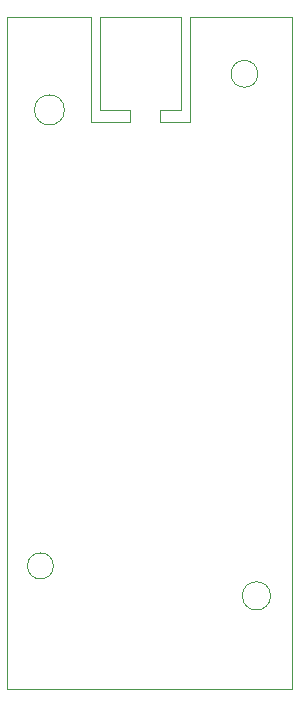
<source format=gbr>
%TF.GenerationSoftware,KiCad,Pcbnew,5.1.6*%
%TF.CreationDate,2020-08-27T20:26:27+01:00*%
%TF.ProjectId,wireless-temperaure-sensor,77697265-6c65-4737-932d-74656d706572,0.2*%
%TF.SameCoordinates,Original*%
%TF.FileFunction,Profile,NP*%
%FSLAX46Y46*%
G04 Gerber Fmt 4.6, Leading zero omitted, Abs format (unit mm)*
G04 Created by KiCad (PCBNEW 5.1.6) date 2020-08-27 20:26:27*
%MOMM*%
%LPD*%
G01*
G04 APERTURE LIST*
%TA.AperFunction,Profile*%
%ADD10C,0.050000*%
%TD*%
G04 APERTURE END LIST*
D10*
X90932000Y-65786000D02*
G75*
G03*
X90932000Y-65786000I-1270000J0D01*
G01*
X107307923Y-62738000D02*
G75*
G03*
X107307923Y-62738000I-1135923J0D01*
G01*
X108383151Y-106934000D02*
G75*
G03*
X108383151Y-106934000I-1195151J0D01*
G01*
X90000000Y-104394000D02*
G75*
G03*
X90000000Y-104394000I-1100000J0D01*
G01*
X110236000Y-57912000D02*
X101600000Y-57912000D01*
X110236000Y-114808000D02*
X110236000Y-57912000D01*
X91440000Y-57912000D02*
X91694000Y-57912000D01*
X93218000Y-57912000D02*
X91440000Y-57912000D01*
X93218000Y-66802000D02*
X93218000Y-57912000D01*
X93472000Y-66802000D02*
X93218000Y-66802000D01*
X96520000Y-66802000D02*
X93472000Y-66802000D01*
X96520000Y-65786000D02*
X96520000Y-66802000D01*
X93980000Y-65786000D02*
X96520000Y-65786000D01*
X101600000Y-66802000D02*
X101600000Y-57912000D01*
X99060000Y-66802000D02*
X101600000Y-66802000D01*
X99060000Y-65786000D02*
X99060000Y-66802000D01*
X100838000Y-65786000D02*
X99060000Y-65786000D01*
X100838000Y-57912000D02*
X100838000Y-65786000D01*
X93980000Y-57912000D02*
X100838000Y-57912000D01*
X93980000Y-65786000D02*
X93980000Y-57912000D01*
X86106000Y-57912000D02*
X91694000Y-57912000D01*
X86106000Y-114808000D02*
X86106000Y-57912000D01*
X110236000Y-114808000D02*
X86106000Y-114808000D01*
M02*

</source>
